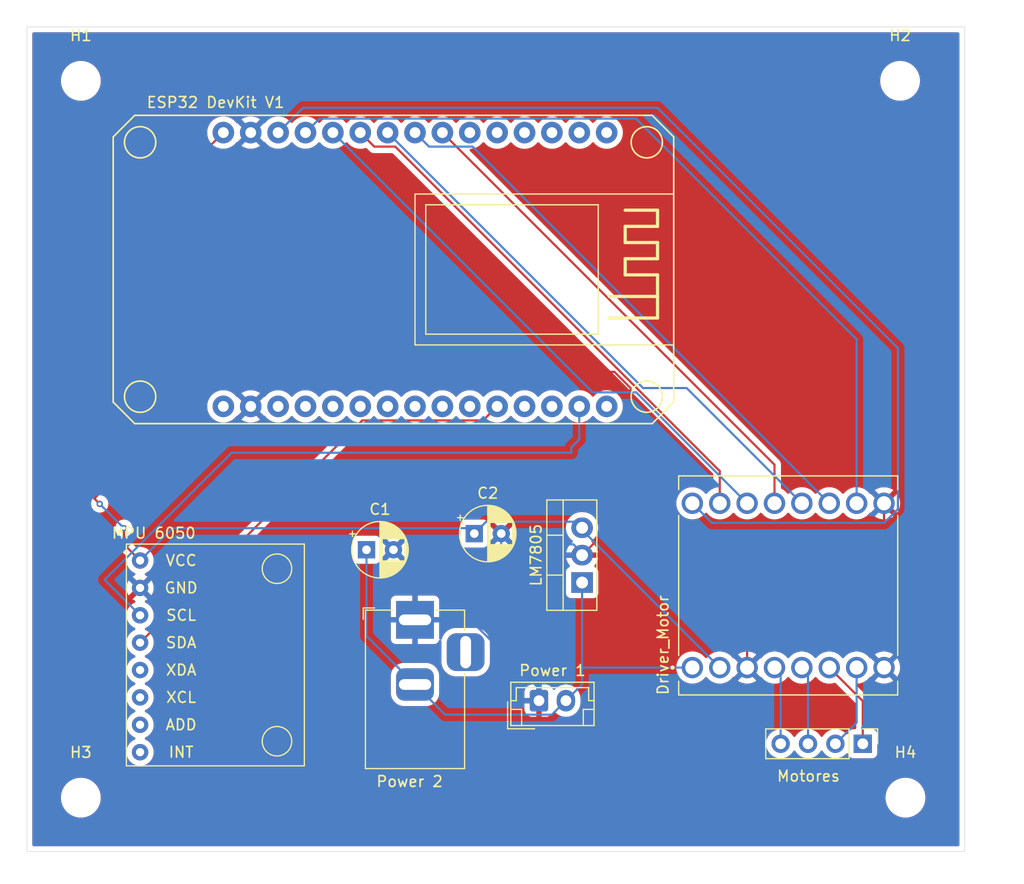
<source format=kicad_pcb>
(kicad_pcb (version 20241229) (generator "pcbnew") (generator_version "9.0")
  (layers (0 "F.Cu" signal) (2 "B.Cu" signal) (13 "F.Paste" user) (15 "B.Paste" user) (5 "F.SilkS" user "F.Silkscreen") (7 "B.SilkS" user "B.Silkscreen") (1 "F.Mask" user) (3 "B.Mask" user) (25 "Edge.Cuts" user))
  (net 0 "")
  (net 1 "GND")
  (net 2 "Net-(J2-Pin_2)")
  (net 3 "Net-(U1-VIN)")
  (net 15 "Net-(U1-D22)")
  (net 23 "Net-(U1-D21)")
  (net 29 "Net-(U1-D25)")
  (net 30 "Net-(U1-D27)")
  (net 31 "Net-(U1-D13)")
  (net 32 "Net-(U1-D12)")
  (net 33 "Net-(U1-D14)")
  (net 34 "Net-(U1-D33)")
  (net 35 "Net-(U1-D26)")
  (net 36 "Net-(J4-Pin_4)")
  (net 37 "Net-(J4-Pin_3)")
  (net 38 "Net-(J4-Pin_1)")
  (net 39 "Net-(J4-Pin_2)")
  (footprint "Connector_PinHeader_2.54mm:PinHeader_1x04_P2.54mm_Vertical" (layer "F.Cu") (at 188.54 115 -90)
    (property "Reference" "Motores" (at 3 5.04 180) (layer "F.SilkS"))
    (property "Value" "Conn_01x04_Pin")
    (fp_line (start -1.38 9) (end 1.38 9) (stroke (width 0.12)) (layer "F.SilkS"))
    (fp_line (start -1.38 1.27) (end -1.38 9) (stroke (width 0.12)) (layer "F.SilkS"))
    (fp_line (start -1.38 1.27) (end 1.38 1.27) (stroke (width 0.12)) (layer "F.SilkS"))
    (fp_line (start 1.38 1.27) (end 1.38 9) (stroke (width 0.12)) (layer "F.SilkS"))
    (fp_line (start -1.38 0) (end -1.38 -1.38) (stroke (width 0.12)) (layer "F.SilkS"))
    (fp_line (start -1.38 -1.38) (end 0 -1.38) (stroke (width 0.12)) (layer "F.SilkS"))
    (pad "1" thru_hole rect (at 0 0 270) (size 1.7 1.7) (drill 1) (layers "*.Cu" "*.Mask") (net 38 "Net-(J4-Pin_1)"))
    (pad "2" thru_hole circle (at 0 2.54 270) (size 1.7 1.7) (drill 1) (layers "*.Cu" "*.Mask") (net 39 "Net-(J4-Pin_2)"))
    (pad "3" thru_hole circle (at 0 5.08 270) (size 1.7 1.7) (drill 1) (layers "*.Cu" "*.Mask") (net 37 "Net-(J4-Pin_3)"))
    (pad "4" thru_hole circle (at 0 7.62 270) (size 1.7 1.7) (drill 1) (layers "*.Cu" "*.Mask") (net 36 "Net-(J4-Pin_4)"))
  )
  (footprint "MountingHole:MountingHole_3.2mm_M3" (layer "F.Cu") (at 192 53.5)
    (property "Reference" "H2" (at 0 -4.2 0) (layer "F.SilkS"))
    (property "Value" "MountingHole")
    (pad "" np_thru_hole circle (at 0 0) (size 3.2 3.2) (drill 3.2) (layers "*.Cu" "*.Mask"))
  )
  (footprint "Capacitor_THT:CP_Radial_D5.0mm_P2.50mm" (layer "F.Cu") (at 142.5 97)
    (property "Reference" "C1" (at 1.25 -3.75 0) (layer "F.SilkS"))
    (property "Value" "C_Polarized")
    (fp_line (start -1.554775 -1.475) (end -1.054775 -1.475) (stroke (width 0.12)) (layer "F.SilkS"))
    (fp_line (start -1.304775 -1.725) (end -1.304775 -1.225) (stroke (width 0.12)) (layer "F.SilkS"))
    (fp_line (start 1.25 -2.58) (end 1.25 2.58) (stroke (width 0.12)) (layer "F.SilkS"))
    (fp_line (start 1.29 -2.58) (end 1.29 2.58) (stroke (width 0.12)) (layer "F.SilkS"))
    (fp_line (start 1.33 -2.579) (end 1.33 2.579) (stroke (width 0.12)) (layer "F.SilkS"))
    (fp_line (start 1.37 -2.577) (end 1.37 2.577) (stroke (width 0.12)) (layer "F.SilkS"))
    (fp_line (start 1.41 -2.575) (end 1.41 2.575) (stroke (width 0.12)) (layer "F.SilkS"))
    (fp_line (start 1.45 -2.572) (end 1.45 2.572) (stroke (width 0.12)) (layer "F.SilkS"))
    (fp_line (start 1.49 -2.569) (end 1.49 -1.04) (stroke (width 0.12)) (layer "F.SilkS"))
    (fp_line (start 1.49 1.04) (end 1.49 2.569) (stroke (width 0.12)) (layer "F.SilkS"))
    (fp_line (start 1.53 -2.565) (end 1.53 -1.04) (stroke (width 0.12)) (layer "F.SilkS"))
    (fp_line (start 1.53 1.04) (end 1.53 2.565) (stroke (width 0.12)) (layer "F.SilkS"))
    (fp_line (start 1.57 -2.56) (end 1.57 -1.04) (stroke (width 0.12)) (layer "F.SilkS"))
    (fp_line (start 1.57 1.04) (end 1.57 2.56) (stroke (width 0.12)) (layer "F.SilkS"))
    (fp_line (start 1.61 -2.555) (end 1.61 -1.04) (stroke (width 0.12)) (layer "F.SilkS"))
    (fp_line (start 1.61 1.04) (end 1.61 2.555) (stroke (width 0.12)) (layer "F.SilkS"))
    (fp_line (start 1.65 -2.549) (end 1.65 -1.04) (stroke (width 0.12)) (layer "F.SilkS"))
    (fp_line (start 1.65 1.04) (end 1.65 2.549) (stroke (width 0.12)) (layer "F.SilkS"))
    (fp_line (start 1.69 -2.543) (end 1.69 -1.04) (stroke (width 0.12)) (layer "F.SilkS"))
    (fp_line (start 1.69 1.04) (end 1.69 2.543) (stroke (width 0.12)) (layer "F.SilkS"))
    (fp_line (start 1.73 -2.536) (end 1.73 -1.04) (stroke (width 0.12)) (layer "F.SilkS"))
    (fp_line (start 1.73 1.04) (end 1.73 2.536) (stroke (width 0.12)) (layer "F.SilkS"))
    (fp_line (start 1.77 -2.528) (end 1.77 -1.04) (stroke (width 0.12)) (layer "F.SilkS"))
    (fp_line (start 1.77 1.04) (end 1.77 2.528) (stroke (width 0.12)) (layer "F.SilkS"))
    (fp_line (start 1.81 -2.519) (end 1.81 -1.04) (stroke (width 0.12)) (layer "F.SilkS"))
    (fp_line (start 1.81 1.04) (end 1.81 2.519) (stroke (width 0.12)) (layer "F.SilkS"))
    (fp_line (start 1.85 -2.51) (end 1.85 -1.04) (stroke (width 0.12)) (layer "F.SilkS"))
    (fp_line (start 1.85 1.04) (end 1.85 2.51) (stroke (width 0.12)) (layer "F.SilkS"))
    (fp_line (start 1.89 -2.501) (end 1.89 -1.04) (stroke (width 0.12)) (layer "F.SilkS"))
    (fp_line (start 1.89 1.04) (end 1.89 2.501) (stroke (width 0.12)) (layer "F.SilkS"))
    (fp_line (start 1.93 -2.49) (end 1.93 -1.04) (stroke (width 0.12)) (layer "F.SilkS"))
    (fp_line (start 1.93 1.04) (end 1.93 2.49) (stroke (width 0.12)) (layer "F.SilkS"))
    (fp_line (start 1.97 -2.479) (end 1.97 -1.04) (stroke (width 0.12)) (layer "F.SilkS"))
    (fp_line (start 1.97 1.04) (end 1.97 2.479) (stroke (width 0.12)) (layer "F.SilkS"))
    (fp_line (start 2.01 -2.467) (end 2.01 -1.04) (stroke (width 0.12)) (layer "F.SilkS"))
    (fp_line (start 2.01 1.04) (end 2.01 2.467) (stroke (width 0.12)) (layer "F.SilkS"))
    (fp_line (start 2.05 -2.455) (end 2.05 -1.04) (stroke (width 0.12)) (layer "F.SilkS"))
    (fp_line (start 2.05 1.04) (end 2.05 2.455) (stroke (width 0.12)) (layer "F.SilkS"))
    (fp_line (start 2.09 -2.442) (end 2.09 -1.04) (stroke (width 0.12)) (layer "F.SilkS"))
    (fp_line (start 2.09 1.04) (end 2.09 2.442) (stroke (width 0.12)) (layer "F.SilkS"))
    (fp_line (start 2.13 -2.428) (end 2.13 -1.04) (stroke (width 0.12)) (layer "F.SilkS"))
    (fp_line (start 2.13 1.04) (end 2.13 2.428) (stroke (width 0.12)) (layer "F.SilkS"))
    (fp_line (start 2.17 -2.413) (end 2.17 -1.04) (stroke (width 0.12)) (layer "F.SilkS"))
    (fp_line (start 2.17 1.04) (end 2.17 2.413) (stroke (width 0.12)) (layer "F.SilkS"))
    (fp_line (start 2.21 -2.398) (end 2.21 -1.04) (stroke (width 0.12)) (layer "F.SilkS"))
    (fp_line (start 2.21 1.04) (end 2.21 2.398) (stroke (width 0.12)) (layer "F.SilkS"))
    (fp_line (start 2.25 -2.382) (end 2.25 -1.04) (stroke (width 0.12)) (layer "F.SilkS"))
    (fp_line (start 2.25 1.04) (end 2.25 2.382) (stroke (width 0.12)) (layer "F.SilkS"))
    (fp_line (start 2.29 -2.365) (end 2.29 -1.04) (stroke (width 0.12)) (layer "F.SilkS"))
    (fp_line (start 2.29 1.04) (end 2.29 2.365) (stroke (width 0.12)) (layer "F.SilkS"))
    (fp_line (start 2.33 -2.347) (end 2.33 -1.04) (stroke (width 0.12)) (layer "F.SilkS"))
    (fp_line (start 2.33 1.04) (end 2.33 2.347) (stroke (width 0.12)) (layer "F.SilkS"))
    (fp_line (start 2.37 -2.329) (end 2.37 -1.04) (stroke (width 0.12)) (layer "F.SilkS"))
    (fp_line (start 2.37 1.04) (end 2.37 2.329) (stroke (width 0.12)) (layer "F.SilkS"))
    (fp_line (start 2.41 -2.309) (end 2.41 -1.04) (stroke (width 0.12)) (layer "F.SilkS"))
    (fp_line (start 2.41 1.04) (end 2.41 2.309) (stroke (width 0.12)) (layer "F.SilkS"))
    (fp_line (start 2.45 -2.289) (end 2.45 -1.04) (stroke (width 0.12)) (layer "F.SilkS"))
    (fp_line (start 2.45 1.04) (end 2.45 2.289) (stroke (width 0.12)) (layer "F.SilkS"))
    (fp_line (start 2.49 -2.268) (end 2.49 -1.04) (stroke (width 0.12)) (layer "F.SilkS"))
    (fp_line (start 2.49 1.04) (end 2.49 2.268) (stroke (width 0.12)) (layer "F.SilkS"))
    (fp_line (start 2.53 -2.246) (end 2.53 -1.04) (stroke (width 0.12)) (layer "F.SilkS"))
    (fp_line (start 2.53 1.04) (end 2.53 2.246) (stroke (width 0.12)) (layer "F.SilkS"))
    (fp_line (start 2.57 -2.223) (end 2.57 -1.04) (stroke (width 0.12)) (layer "F.SilkS"))
    (fp_line (start 2.57 1.04) (end 2.57 2.223) (stroke (width 0.12)) (layer "F.SilkS"))
    (fp_line (start 2.61 -2.199) (end 2.61 -1.04) (stroke (width 0.12)) (layer "F.SilkS"))
    (fp_line (start 2.61 1.04) (end 2.61 2.199) (stroke (width 0.12)) (layer "F.SilkS"))
    (fp_line (start 2.65 -2.175) (end 2.65 -1.04) (stroke (width 0.12)) (layer "F.SilkS"))
    (fp_line (start 2.65 1.04) (end 2.65 2.175) (stroke (width 0.12)) (layer "F.SilkS"))
    (fp_line (start 2.69 -2.149) (end 2.69 -1.04) (stroke (width 0.12)) (layer "F.SilkS"))
    (fp_line (start 2.69 1.04) (end 2.69 2.149) (stroke (width 0.12)) (layer "F.SilkS"))
    (fp_line (start 2.73 -2.122) (end 2.73 -1.04) (stroke (width 0.12)) (layer "F.SilkS"))
    (fp_line (start 2.73 1.04) (end 2.73 2.122) (stroke (width 0.12)) (layer "F.SilkS"))
    (fp_line (start 2.77 -2.094) (end 2.77 -1.04) (stroke (width 0.12)) (layer "F.SilkS"))
    (fp_line (start 2.77 1.04) (end 2.77 2.094) (stroke (width 0.12)) (layer "F.SilkS"))
    (fp_line (start 2.81 -2.065) (end 2.81 -1.04) (stroke (width 0.12)) (layer "F.SilkS"))
    (fp_line (start 2.81 1.04) (end 2.81 2.065) (stroke (width 0.12)) (layer "F.SilkS"))
    (fp_line (start 2.85 -2.035) (end 2.85 -1.04) (stroke (width 0.12)) (layer "F.SilkS"))
    (fp_line (start 2.85 1.04) (end 2.85 2.035) (stroke (width 0.12)) (layer "F.SilkS"))
    (fp_line (start 2.89 -2.003) (end 2.89 -1.04) (stroke (width 0.12)) (layer "F.SilkS"))
    (fp_line (start 2.89 1.04) (end 2.89 2.003) (stroke (width 0.12)) (layer "F.SilkS"))
    (fp_line (start 2.93 -1.97) (end 2.93 -1.04) (stroke (width 0.12)) (layer "F.SilkS"))
    (fp_line (start 2.93 1.04) (end 2.93 1.97) (stroke (width 0.12)) (layer "F.SilkS"))
    (fp_line (start 2.97 -1.936) (end 2.97 -1.04) (stroke (width 0.12)) (layer "F.SilkS"))
    (fp_line (start 2.97 1.04) (end 2.97 1.936) (stroke (width 0.12)) (layer "F.SilkS"))
    (fp_line (start 3.01 -1.901) (end 3.01 -1.04) (stroke (width 0.12)) (layer "F.SilkS"))
    (fp_line (start 3.01 1.04) (end 3.01 1.901) (stroke (width 0.12)) (layer "F.SilkS"))
    (fp_line (start 3.05 -1.864) (end 3.05 -1.04) (stroke (width 0.12)) (layer "F.SilkS"))
    (fp_line (start 3.05 1.04) (end 3.05 1.864) (stroke (width 0.12)) (layer "F.SilkS"))
    (fp_line (start 3.09 -1.825) (end 3.09 -1.04) (stroke (width 0.12)) (layer "F.SilkS"))
    (fp_line (start 3.09 1.04) (end 3.09 1.825) (stroke (width 0.12)) (layer "F.SilkS"))
    (fp_line (start 3.13 -1.785) (end 3.13 -1.04) (stroke (width 0.12)) (layer "F.SilkS"))
    (fp_line (start 3.13 1.04) (end 3.13 1.785) (stroke (width 0.12)) (layer "F.SilkS"))
    (fp_line (start 3.17 -1.743) (end 3.17 -1.04) (stroke (width 0.12)) (layer "F.SilkS"))
    (fp_line (start 3.17 1.04) (end 3.17 1.743) (stroke (width 0.12)) (layer "F.SilkS"))
    (fp_line (start 3.21 -1.699) (end 3.21 -1.04) (stroke (width 0.12)) (layer "F.SilkS"))
    (fp_line (start 3.21 1.04) (end 3.21 1.699) (stroke (width 0.12)) (layer "F.SilkS"))
    (fp_line (start 3.25 -1.652) (end 3.25 -1.04) (stroke (width 0.12)) (layer "F.SilkS"))
    (fp_line (start 3.25 1.04) (end 3.25 1.652) (stroke (width 0.12)) (layer "F.SilkS"))
    (fp_line (start 3.29 -1.604) (end 3.29 -1.04) (stroke (width 0.12)) (layer "F.SilkS"))
    (fp_line (start 3.29 1.04) (end 3.29 1.604) (stroke (width 0.12)) (layer "F.SilkS"))
    (fp_line (start 3.33 -1.553) (end 3.33 -1.04) (stroke (width 0.12)) (layer "F.SilkS"))
    (fp_line (start 3.33 1.04) (end 3.33 1.553) (stroke (width 0.12)) (layer "F.SilkS"))
    (fp_line (start 3.37 -1.499) (end 3.37 -1.04) (stroke (width 0.12)) (layer "F.SilkS"))
    (fp_line (start 3.37 1.04) (end 3.37 1.499) (stroke (width 0.12)) (layer "F.SilkS"))
    (fp_line (start 3.41 -1.443) (end 3.41 -1.04) (stroke (width 0.12)) (layer "F.SilkS"))
    (fp_line (start 3.41 1.04) (end 3.41 1.443) (stroke (width 0.12)) (layer "F.SilkS"))
    (fp_line (start 3.45 -1.383) (end 3.45 -1.04) (stroke (width 0.12)) (layer "F.SilkS"))
    (fp_line (start 3.45 1.04) (end 3.45 1.383) (stroke (width 0.12)) (layer "F.SilkS"))
    (fp_line (start 3.49 -1.319) (end 3.49 -1.04) (stroke (width 0.12)) (layer "F.SilkS"))
    (fp_line (start 3.49 1.04) (end 3.49 1.319) (stroke (width 0.12)) (layer "F.SilkS"))
    (fp_line (start 3.53 -1.251) (end 3.53 -1.04) (stroke (width 0.12)) (layer "F.SilkS"))
    (fp_line (start 3.53 1.04) (end 3.53 1.251) (stroke (width 0.12)) (layer "F.SilkS"))
    (fp_line (start 3.57 -1.177) (end 3.57 1.177) (stroke (width 0.12)) (layer "F.SilkS"))
    (fp_line (start 3.61 -1.098) (end 3.61 1.098) (stroke (width 0.12)) (layer "F.SilkS"))
    (fp_line (start 3.65 -1.011) (end 3.65 1.011) (stroke (width 0.12)) (layer "F.SilkS"))
    (fp_line (start 3.69 -0.914) (end 3.69 0.914) (stroke (width 0.12)) (layer "F.SilkS"))
    (fp_line (start 3.73 -0.805) (end 3.73 0.805) (stroke (width 0.12)) (layer "F.SilkS"))
    (fp_line (start 3.77 -0.677) (end 3.77 0.677) (stroke (width 0.12)) (layer "F.SilkS"))
    (fp_line (start 3.81 -0.517) (end 3.81 0.517) (stroke (width 0.12)) (layer "F.SilkS"))
    (fp_line (start 3.85 -0.283) (end 3.85 0.283) (stroke (width 0.12)) (layer "F.SilkS"))
    (fp_circle (center 1.25 0) (end 3.87 0) (stroke (width 0.12)) (fill no) (layer "F.SilkS"))
    (pad "1" thru_hole rect (at 0 0) (size 1.6 1.6) (drill 0.8) (layers "*.Cu" "*.Mask") (net 2 "Net-(J2-Pin_2)"))
    (pad "2" thru_hole circle (at 2.5 0) (size 1.6 1.6) (drill 0.8) (layers "*.Cu" "*.Mask") (net 1 "GND"))
  )
  (footprint "MountingHole:MountingHole_3.2mm_M3" (layer "F.Cu") (at 116 120)
    (property "Reference" "H3" (at 0 -4.2 0) (layer "F.SilkS"))
    (property "Value" "MountingHole")
    (pad "" np_thru_hole circle (at 0 0) (size 3.2 3.2) (drill 3.2) (layers "*.Cu" "*.Mask"))
  )
  (footprint "usini_sensors:module_mpu6050" (layer "F.Cu") (at 121.495 115.779)
    (property "Reference" "MPU 6050" (at 1.27 -20.32 0) (layer "F.SilkS"))
    (property "Value" "module_mpu6050")
    (fp_line (start -1.27 -19.304) (end 15.24 -19.304) (stroke (width 0.12)) (layer "F.SilkS"))
    (fp_line (start -1.27 1.27) (end -1.27 -19.304) (stroke (width 0.12)) (layer "F.SilkS"))
    (fp_line (start 15.24 -19.304) (end 15.24 1.27) (stroke (width 0.12)) (layer "F.SilkS"))
    (fp_line (start 15.24 1.27) (end -1.27 1.27) (stroke (width 0.12)) (layer "F.SilkS"))
    (fp_circle (center 12.7 -17.018) (end 13.208 -15.748) (stroke (width 0.12)) (fill no) (layer "F.SilkS"))
    (fp_circle (center 12.7 -1.016) (end 13.208 0.254) (stroke (width 0.12)) (fill no) (layer "F.SilkS"))
    (fp_text user "SDA" (at 3.81 -10.16 0) (layer "F.SilkS"))
    (fp_text user "ADD" (at 3.81 -2.54 0) (layer "F.SilkS"))
    (fp_text user "GND" (at 3.81 -15.24 0) (layer "F.SilkS"))
    (fp_text user "VCC" (at 3.81 -17.78 0) (layer "F.SilkS"))
    (fp_text user "INT" (at 3.81 0 0) (layer "F.SilkS"))
    (fp_text user "XDA" (at 3.81 -7.62 0) (layer "F.SilkS"))
    (fp_text user "SCL" (at 3.81 -12.7 0) (layer "F.SilkS"))
    (fp_text user "XCL" (at 3.81 -5.08 0) (layer "F.SilkS"))
    (pad "1" thru_hole circle (at 0 -17.78) (size 1.524 1.524) (drill 0.762) (layers "*.Cu" "*.Mask") (net 3 "Net-(U1-VIN)"))
    (pad "2" thru_hole circle (at 0 -15.24) (size 1.524 1.524) (drill 0.762) (layers "*.Cu" "*.Mask") (net 1 "GND"))
    (pad "3" thru_hole circle (at 0 -12.7) (size 1.524 1.524) (drill 0.762) (layers "*.Cu" "*.Mask") (net 15 "Net-(U1-D22)"))
    (pad "4" thru_hole circle (at 0 -10.16) (size 1.524 1.524) (drill 0.762) (layers "*.Cu" "*.Mask") (net 23 "Net-(U1-D21)"))
    (pad "5" thru_hole circle (at 0 -7.62) (size 1.524 1.524) (drill 0.762) (layers "*.Cu" "*.Mask"))
    (pad "6" thru_hole circle (at 0 -5.08) (size 1.524 1.524) (drill 0.762) (layers "*.Cu" "*.Mask"))
    (pad "7" thru_hole circle (at 0 -2.54) (size 1.524 1.524) (drill 0.762) (layers "*.Cu" "*.Mask"))
    (pad "8" thru_hole circle (at 0 0) (size 1.524 1.524) (drill 0.762) (layers "*.Cu" "*.Mask"))
  )
  (footprint "MountingHole:MountingHole_3.2mm_M3" (layer "F.Cu") (at 192.5 120)
    (property "Reference" "H4" (at 0 -4.2 0) (layer "F.SilkS"))
    (property "Value" "MountingHole")
    (pad "" np_thru_hole circle (at 0 0) (size 3.2 3.2) (drill 3.2) (layers "*.Cu" "*.Mask"))
  )
  (footprint "Package_TO_SOT_THT:TO-220-3_Vertical" (layer "F.Cu") (at 162.5 100.04 90)
    (property "Reference" "LM7805" (at 2.54 -4.27 90) (layer "F.SilkS"))
    (property "Value" "LM7805_TO220")
    (fp_line (start 7.66 -3.27) (end 7.66 1.371) (stroke (width 0.12)) (layer "F.SilkS"))
    (fp_line (start 4.391 -3.27) (end 4.391 -1.76) (stroke (width 0.12)) (layer "F.SilkS"))
    (fp_line (start 0.69 -3.27) (end 0.69 -1.76) (stroke (width 0.12)) (layer "F.SilkS"))
    (fp_line (start -2.58 -3.27) (end 7.66 -3.27) (stroke (width 0.12)) (layer "F.SilkS"))
    (fp_line (start -2.58 -3.27) (end -2.58 1.371) (stroke (width 0.12)) (layer "F.SilkS"))
    (fp_line (start -2.58 -1.76) (end 7.66 -1.76) (stroke (width 0.12)) (layer "F.SilkS"))
    (fp_line (start -2.58 1.371) (end 7.66 1.371) (stroke (width 0.12)) (layer "F.SilkS"))
    (pad "1" thru_hole rect (at 0 0 90) (size 1.905 2) (drill 1.1) (layers "*.Cu" "*.Mask") (net 2 "Net-(J2-Pin_2)"))
    (pad "2" thru_hole oval (at 2.54 0 90) (size 1.905 2) (drill 1.1) (layers "*.Cu" "*.Mask") (net 1 "GND"))
    (pad "3" thru_hole oval (at 5.08 0 90) (size 1.905 2) (drill 1.1) (layers "*.Cu" "*.Mask") (net 3 "Net-(U1-VIN)"))
  )
  (footprint "Connector_BarrelJack:BarrelJack_Horizontal" (layer "F.Cu") (at 147 103.5 90)
    (property "Reference" "Power 2" (at -15 -0.5 180) (layer "F.SilkS"))
    (property "Value" "Barrel_Jack_Switch")
    (fp_line (start 0.05 -4.8) (end 1.1 -4.8) (stroke (width 0.12)) (layer "F.SilkS"))
    (fp_line (start 0.9 -4.6) (end 0.9 -2) (stroke (width 0.12)) (layer "F.SilkS"))
    (fp_line (start -13.8 -4.6) (end 0.9 -4.6) (stroke (width 0.12)) (layer "F.SilkS"))
    (fp_line (start 1.1 -3.75) (end 1.1 -4.8) (stroke (width 0.12)) (layer "F.SilkS"))
    (fp_line (start 0.9 1.9) (end 0.9 4.6) (stroke (width 0.12)) (layer "F.SilkS"))
    (fp_line (start 0.9 4.6) (end -1 4.6) (stroke (width 0.12)) (layer "F.SilkS"))
    (fp_line (start -5 4.6) (end -13.8 4.6) (stroke (width 0.12)) (layer "F.SilkS"))
    (fp_line (start -13.8 4.6) (end -13.8 -4.6) (stroke (width 0.12)) (layer "F.SilkS"))
    (pad "1" thru_hole rect (at 0 0 90) (size 3.5 3.5) (drill oval 1 3) (layers "*.Cu" "*.Mask") (net 1 "GND"))
    (pad "2" thru_hole roundrect (at -6 0 90) (size 3 3.5) (drill oval 1 3) (layers "*.Cu" "*.Mask") (net 2 "Net-(J2-Pin_2)"))
    (pad "3" thru_hole roundrect (at -3 4.7 90) (size 3.5 3.5) (drill oval 3 1) (layers "*.Cu" "*.Mask"))
  )
  (footprint "ROB-14450:MODULE_ROB-14450" (layer "F.Cu") (at 181.62 100.31 90)
    (property "Reference" "Driver_Motor" (at -5.5332 -11.6132 90) (layer "F.SilkS"))
    (property "Value" "ROB-14450")
    (fp_line (start 8.89 -10.16) (end 10.16 -10.16) (stroke (width 0.127)) (layer "F.SilkS"))
    (fp_line (start -6.5 -10.16) (end 6.5 -10.16) (stroke (width 0.127)) (layer "F.SilkS"))
    (fp_line (start -8.89 -10.16) (end -10.16 -10.16) (stroke (width 0.127)) (layer "F.SilkS"))
    (fp_line (start -10.16 -10.16) (end -10.16 10.16) (stroke (width 0.127)) (layer "F.SilkS"))
    (fp_line (start 10.16 10.16) (end 10.16 -10.16) (stroke (width 0.127)) (layer "F.SilkS"))
    (fp_line (start 8.89 10.16) (end 10.16 10.16) (stroke (width 0.127)) (layer "F.SilkS"))
    (fp_line (start -6.5 10.16) (end 6.5 10.16) (stroke (width 0.127)) (layer "F.SilkS"))
    (fp_line (start -8.89 10.16) (end -10.16 10.16) (stroke (width 0.127)) (layer "F.SilkS"))
    (fp_circle (center -7.62 -10.7282) (end -7.52 -10.7282) (stroke (width 0.2)) (fill no) (layer "F.SilkS"))
    (pad "1" thru_hole circle (at -7.62 -8.89 90) (size 1.98 1.98) (drill 1.32) (layers "*.Cu" "*.Mask") (net 2 "Net-(J2-Pin_2)"))
    (pad "2" thru_hole circle (at -7.62 -6.35 90) (size 1.98 1.98) (drill 1.32) (layers "*.Cu" "*.Mask") (net 3 "Net-(U1-VIN)"))
    (pad "3" thru_hole circle (at -7.62 -3.81 90) (size 1.98 1.98) (drill 1.32) (layers "*.Cu" "*.Mask") (net 1 "GND"))
    (pad "4" thru_hole circle (at -7.62 -1.27 90) (size 1.98 1.98) (drill 1.32) (layers "*.Cu" "*.Mask") (net 36 "Net-(J4-Pin_4)"))
    (pad "5" thru_hole circle (at -7.62 1.27 90) (size 1.98 1.98) (drill 1.32) (layers "*.Cu" "*.Mask") (net 37 "Net-(J4-Pin_3)"))
    (pad "6" thru_hole circle (at -7.62 3.81 90) (size 1.98 1.98) (drill 1.32) (layers "*.Cu" "*.Mask") (net 38 "Net-(J4-Pin_1)"))
    (pad "7" thru_hole circle (at -7.62 6.35 90) (size 1.98 1.98) (drill 1.32) (layers "*.Cu" "*.Mask") (net 39 "Net-(J4-Pin_2)"))
    (pad "8" thru_hole circle (at -7.62 8.89 90) (size 1.98 1.98) (drill 1.32) (layers "*.Cu" "*.Mask") (net 1 "GND"))
    (pad "9" thru_hole circle (at 7.62 8.89 90) (size 1.98 1.98) (drill 1.32) (layers "*.Cu" "*.Mask") (net 1 "GND"))
    (pad "10" thru_hole circle (at 7.62 6.35 90) (size 1.98 1.98) (drill 1.32) (layers "*.Cu" "*.Mask") (net 32 "Net-(U1-D12)"))
    (pad "11" thru_hole circle (at 7.62 3.81 90) (size 1.98 1.98) (drill 1.32) (layers "*.Cu" "*.Mask") (net 29 "Net-(U1-D25)"))
    (pad "12" thru_hole circle (at 7.62 1.27 90) (size 1.98 1.98) (drill 1.32) (layers "*.Cu" "*.Mask") (net 35 "Net-(U1-D26)"))
    (pad "13" thru_hole circle (at 7.62 -1.27 90) (size 1.98 1.98) (drill 1.32) (layers "*.Cu" "*.Mask") (net 34 "Net-(U1-D33)"))
    (pad "14" thru_hole circle (at 7.62 -3.81 90) (size 1.98 1.98) (drill 1.32) (layers "*.Cu" "*.Mask") (net 33 "Net-(U1-D14)"))
    (pad "15" thru_hole circle (at 7.62 -6.35 90) (size 1.98 1.98) (drill 1.32) (layers "*.Cu" "*.Mask") (net 30 "Net-(U1-D27)"))
    (pad "16" thru_hole circle (at 7.62 -8.89 90) (size 1.98 1.98) (drill 1.32) (layers "*.Cu" "*.Mask") (net 31 "Net-(U1-D13)"))
  )
  (footprint "MCE_Modulos:ESP32DevKitv1" (layer "F.Cu") (at 147 71)
    (property "Reference" "ESP32 DevKit V1" (at -18.5 -15.5 0) (layer "F.SilkS"))
    (property "Value" "ESP32DevKitv1")
    (fp_line (start -28 -12.3) (end -26 -14.3) (stroke (width 0.15)) (layer "F.SilkS"))
    (fp_line (start -28 12.3) (end -28 -12.3) (stroke (width 0.15)) (layer "F.SilkS"))
    (fp_line (start -28 12.3) (end -26 14.3) (stroke (width 0.15)) (layer "F.SilkS"))
    (fp_line (start -26 -14.3) (end 22 -14.3) (stroke (width 0.15)) (layer "F.SilkS"))
    (fp_line (start 0 -7) (end 0 7) (stroke (width 0.12)) (layer "F.SilkS"))
    (fp_line (start 0 7) (end 24 7) (stroke (width 0.12)) (layer "F.SilkS"))
    (fp_line (start 1 -6) (end 1 6) (stroke (width 0.12)) (layer "F.SilkS"))
    (fp_line (start 1 6) (end 17 6) (stroke (width 0.12)) (layer "F.SilkS"))
    (fp_line (start 17 -6) (end 1 -6) (stroke (width 0.12)) (layer "F.SilkS"))
    (fp_line (start 17 6) (end 17 -6) (stroke (width 0.12)) (layer "F.SilkS"))
    (fp_line (start 18 2.5) (end 22.5 2.5) (stroke (width 0.3)) (layer "F.SilkS"))
    (fp_line (start 18 4.5) (end 22.5 4.5) (stroke (width 0.3)) (layer "F.SilkS"))
    (fp_line (start 19.5 -4) (end 22.5 -4) (stroke (width 0.3)) (layer "F.SilkS"))
    (fp_line (start 19.5 -2.5) (end 19.5 -4) (stroke (width 0.3)) (layer "F.SilkS"))
    (fp_line (start 19.5 -1) (end 22.5 -1) (stroke (width 0.3)) (layer "F.SilkS"))
    (fp_line (start 19.5 0.5) (end 19.5 -1) (stroke (width 0.3)) (layer "F.SilkS"))
    (fp_line (start 22 -14.3) (end 24 -12.3) (stroke (width 0.15)) (layer "F.SilkS"))
    (fp_line (start 22 14.3) (end -26 14.3) (stroke (width 0.15)) (layer "F.SilkS"))
    (fp_line (start 22 14.3) (end 24 12.3) (stroke (width 0.15)) (layer "F.SilkS"))
    (fp_line (start 22.5 -5.5) (end 19.5 -5.5) (stroke (width 0.3)) (layer "F.SilkS"))
    (fp_line (start 22.5 -4) (end 22.5 -5.5) (stroke (width 0.3)) (layer "F.SilkS"))
    (fp_line (start 22.5 -2.5) (end 19.5 -2.5) (stroke (width 0.3)) (layer "F.SilkS"))
    (fp_line (start 22.5 -1) (end 22.5 -2.5) (stroke (width 0.3)) (layer "F.SilkS"))
    (fp_line (start 22.5 0.5) (end 19.5 0.5) (stroke (width 0.3)) (layer "F.SilkS"))
    (fp_line (start 22.5 4.5) (end 22.5 0.5) (stroke (width 0.3)) (layer "F.SilkS"))
    (fp_line (start 24 -12.3) (end 24 12.3) (stroke (width 0.15)) (layer "F.SilkS"))
    (fp_line (start 24 -7) (end 0 -7) (stroke (width 0.12)) (layer "F.SilkS"))
    (fp_circle (center -25.5 -11.8) (end -24.05 -11.8) (stroke (width 0.15)) (fill no) (layer "F.SilkS"))
    (fp_circle (center -25.5 11.8) (end -24.05 11.8) (stroke (width 0.15)) (fill no) (layer "F.SilkS"))
    (fp_circle (center 21.5 -11.8) (end 22.95 -11.8) (stroke (width 0.15)) (fill no) (layer "F.SilkS"))
    (fp_circle (center 21.5 11.8) (end 22.95 11.8) (stroke (width 0.15)) (fill no) (layer "F.SilkS"))
    (pad "1" thru_hole circle (at -17.78 12.7) (size 2 2) (drill 1) (layers "*.Cu" "*.Mask"))
    (pad "2" thru_hole circle (at -15.24 12.7) (size 2 2) (drill 1) (layers "*.Cu" "*.Mask") (net 1 "GND"))
    (pad "3" thru_hole circle (at -12.7 12.7) (size 2 2) (drill 1) (layers "*.Cu" "*.Mask"))
    (pad "4" thru_hole circle (at -10.16 12.7) (size 2 2) (drill 1) (layers "*.Cu" "*.Mask"))
    (pad "5" thru_hole circle (at -7.62 12.7) (size 2 2) (drill 1) (layers "*.Cu" "*.Mask"))
    (pad "6" thru_hole circle (at -5.08 12.7) (size 2 2) (drill 1) (layers "*.Cu" "*.Mask"))
    (pad "7" thru_hole circle (at -2.54 12.7) (size 2 2) (drill 1) (layers "*.Cu" "*.Mask"))
    (pad "8" thru_hole circle (at 0 12.7) (size 2 2) (drill 1) (layers "*.Cu" "*.Mask"))
    (pad "9" thru_hole circle (at 2.54 12.7) (size 2 2) (drill 1) (layers "*.Cu" "*.Mask"))
    (pad "10" thru_hole circle (at 5.08 12.7) (size 2 2) (drill 1) (layers "*.Cu" "*.Mask"))
    (pad "11" thru_hole circle (at 7.62 12.7) (size 2 2) (drill 1) (layers "*.Cu" "*.Mask") (net 23 "Net-(U1-D21)"))
    (pad "12" thru_hole circle (at 10.16 12.7) (size 2 2) (drill 1) (layers "*.Cu" "*.Mask"))
    (pad "13" thru_hole circle (at 12.7 12.7) (size 2 2) (drill 1) (layers "*.Cu" "*.Mask"))
    (pad "14" thru_hole circle (at 15.24 12.7) (size 2 2) (drill 1) (layers "*.Cu" "*.Mask") (net 15 "Net-(U1-D22)"))
    (pad "15" thru_hole circle (at 17.78 12.7) (size 2 2) (drill 1) (layers "*.Cu" "*.Mask"))
    (pad "16" thru_hole circle (at 17.78 -12.7) (size 2 2) (drill 1) (layers "*.Cu" "*.Mask"))
    (pad "17" thru_hole circle (at 15.24 -12.7) (size 2 2) (drill 1) (layers "*.Cu" "*.Mask"))
    (pad "18" thru_hole circle (at 12.7 -12.7) (size 2 2) (drill 1) (layers "*.Cu" "*.Mask"))
    (pad "19" thru_hole circle (at 10.16 -12.7) (size 2 2) (drill 1) (layers "*.Cu" "*.Mask"))
    (pad "20" thru_hole circle (at 7.62 -12.7) (size 2 2) (drill 1) (layers "*.Cu" "*.Mask"))
    (pad "21" thru_hole circle (at 5.08 -12.7) (size 2 2) (drill 1) (layers "*.Cu" "*.Mask"))
    (pad "22" thru_hole circle (at 2.54 -12.7) (size 2 2) (drill 1) (layers "*.Cu" "*.Mask") (net 34 "Net-(U1-D33)"))
    (pad "23" thru_hole circle (at 0 -12.7) (size 2 2) (drill 1) (layers "*.Cu" "*.Mask") (net 29 "Net-(U1-D25)"))
    (pad "24" thru_hole circle (at -2.54 -12.7) (size 2 2) (drill 1) (layers "*.Cu" "*.Mask") (net 35 "Net-(U1-D26)"))
    (pad "25" thru_hole circle (at -5.08 -12.7) (size 2 2) (drill 1) (layers "*.Cu" "*.Mask") (net 30 "Net-(U1-D27)"))
    (pad "26" thru_hole circle (at -7.62 -12.7) (size 2 2) (drill 1) (layers "*.Cu" "*.Mask") (net 33 "Net-(U1-D14)"))
    (pad "27" thru_hole circle (at -10.16 -12.7) (size 2 2) (drill 1) (layers "*.Cu" "*.Mask") (net 32 "Net-(U1-D12)"))
    (pad "28" thru_hole circle (at -12.7 -12.7) (size 2 2) (drill 1) (layers "*.Cu" "*.Mask") (net 31 "Net-(U1-D13)"))
    (pad "29" thru_hole circle (at -15.24 -12.7) (size 2 2) (drill 1) (layers "*.Cu" "*.Mask") (net 1 "GND"))
    (pad "30" thru_hole circle (at -17.78 -12.7) (size 2 2) (drill 1) (layers "*.Cu" "*.Mask") (net 3 "Net-(U1-VIN)"))
  )
  (footprint "Connector_JST:JST_EH_B2B-EH-A_1x02_P2.50mm_Vertical" (layer "F.Cu") (at 158.5 111)
    (property "Reference" "Power 1" (at 1.25 -2.8 0) (layer "F.SilkS"))
    (property "Value" "Conn_01x02_Pin")
    (fp_line (start -2.91 0.11) (end -2.91 2.61) (stroke (width 0.12)) (layer "F.SilkS"))
    (fp_line (start -2.91 2.61) (end -0.41 2.61) (stroke (width 0.12)) (layer "F.SilkS"))
    (fp_line (start -2.61 -1.71) (end -2.61 2.31) (stroke (width 0.12)) (layer "F.SilkS"))
    (fp_line (start -2.61 0) (end -2.11 0) (stroke (width 0.12)) (layer "F.SilkS"))
    (fp_line (start -2.61 0.81) (end -1.61 0.81) (stroke (width 0.12)) (layer "F.SilkS"))
    (fp_line (start -2.61 2.31) (end 5.11 2.31) (stroke (width 0.12)) (layer "F.SilkS"))
    (fp_line (start -2.11 -1.21) (end 4.61 -1.21) (stroke (width 0.12)) (layer "F.SilkS"))
    (fp_line (start -2.11 0) (end -2.11 -1.21) (stroke (width 0.12)) (layer "F.SilkS"))
    (fp_line (start -1.61 0.81) (end -1.61 2.31) (stroke (width 0.12)) (layer "F.SilkS"))
    (fp_line (start 4.11 0.81) (end 4.11 2.31) (stroke (width 0.12)) (layer "F.SilkS"))
    (fp_line (start 4.61 -1.21) (end 4.61 0) (stroke (width 0.12)) (layer "F.SilkS"))
    (fp_line (start 4.61 0) (end 5.11 0) (stroke (width 0.12)) (layer "F.SilkS"))
    (fp_line (start 5.11 -1.71) (end -2.61 -1.71) (stroke (width 0.12)) (layer "F.SilkS"))
    (fp_line (start 5.11 0.81) (end 4.11 0.81) (stroke (width 0.12)) (layer "F.SilkS"))
    (fp_line (start 5.11 2.31) (end 5.11 -1.71) (stroke (width 0.12)) (layer "F.SilkS"))
    (pad "1" thru_hole roundrect (at 0 0) (size 1.7 2) (drill 1) (layers "*.Cu" "*.Mask") (roundrect_rratio 0.147059) (net 1 "GND"))
    (pad "2" thru_hole oval (at 2.5 0) (size 1.7 2) (drill 1) (layers "*.Cu" "*.Mask") (net 2 "Net-(J2-Pin_2)"))
  )
  (footprint "Capacitor_THT:CP_Radial_D5.0mm_P2.50mm" (layer "F.Cu") (at 152.5 95.5)
    (property "Reference" "C2" (at 1.25 -3.75 0) (layer "F.SilkS"))
    (property "Value" "C_Polarized")
    (fp_line (start -1.554775 -1.475) (end -1.054775 -1.475) (stroke (width 0.12)) (layer "F.SilkS"))
    (fp_line (start -1.304775 -1.725) (end -1.304775 -1.225) (stroke (width 0.12)) (layer "F.SilkS"))
    (fp_line (start 1.25 -2.58) (end 1.25 2.58) (stroke (width 0.12)) (layer "F.SilkS"))
    (fp_line (start 1.29 -2.58) (end 1.29 2.58) (stroke (width 0.12)) (layer "F.SilkS"))
    (fp_line (start 1.33 -2.579) (end 1.33 2.579) (stroke (width 0.12)) (layer "F.SilkS"))
    (fp_line (start 1.37 -2.577) (end 1.37 2.577) (stroke (width 0.12)) (layer "F.SilkS"))
    (fp_line (start 1.41 -2.575) (end 1.41 2.575) (stroke (width 0.12)) (layer "F.SilkS"))
    (fp_line (start 1.45 -2.572) (end 1.45 2.572) (stroke (width 0.12)) (layer "F.SilkS"))
    (fp_line (start 1.49 -2.569) (end 1.49 -1.04) (stroke (width 0.12)) (layer "F.SilkS"))
    (fp_line (start 1.49 1.04) (end 1.49 2.569) (stroke (width 0.12)) (layer "F.SilkS"))
    (fp_line (start 1.53 -2.565) (end 1.53 -1.04) (stroke (width 0.12)) (layer "F.SilkS"))
    (fp_line (start 1.53 1.04) (end 1.53 2.565) (stroke (width 0.12)) (layer "F.SilkS"))
    (fp_line (start 1.57 -2.56) (end 1.57 -1.04) (stroke (width 0.12)) (layer "F.SilkS"))
    (fp_line (start 1.57 1.04) (end 1.57 2.56) (stroke (width 0.12)) (layer "F.SilkS"))
    (fp_line (start 1.61 -2.555) (end 1.61 -1.04) (stroke (width 0.12)) (layer "F.SilkS"))
    (fp_line (start 1.61 1.04) (end 1.61 2.555) (stroke (width 0.12)) (layer "F.SilkS"))
    (fp_line (start 1.65 -2.549) (end 1.65 -1.04) (stroke (width 0.12)) (layer "F.SilkS"))
    (fp_line (start 1.65 1.04) (end 1.65 2.549) (stroke (width 0.12)) (layer "F.SilkS"))
    (fp_line (start 1.69 -2.543) (end 1.69 -1.04) (stroke (width 0.12)) (layer "F.SilkS"))
    (fp_line (start 1.69 1.04) (end 1.69 2.543) (stroke (width 0.12)) (layer "F.SilkS"))
    (fp_line (start 1.73 -2.536) (end 1.73 -1.04) (stroke (width 0.12)) (layer "F.SilkS"))
    (fp_line (start 1.73 1.04) (end 1.73 2.536) (stroke (width 0.12)) (layer "F.SilkS"))
    (fp_line (start 1.77 -2.528) (end 1.77 -1.04) (stroke (width 0.12)) (layer "F.SilkS"))
    (fp_line (start 1.77 1.04) (end 1.77 2.528) (stroke (width 0.12)) (layer "F.SilkS"))
    (fp_line (start 1.81 -2.519) (end 1.81 -1.04) (stroke (width 0.12)) (layer "F.SilkS"))
    (fp_line (start 1.81 1.04) (end 1.81 2.519) (stroke (width 0.12)) (layer "F.SilkS"))
    (fp_line (start 1.85 -2.51) (end 1.85 -1.04) (stroke (width 0.12)) (layer "F.SilkS"))
    (fp_line (start 1.85 1.04) (end 1.85 2.51) (stroke (width 0.12)) (layer "F.SilkS"))
    (fp_line (start 1.89 -2.501) (end 1.89 -1.04) (stroke (width 0.12)) (layer "F.SilkS"))
    (fp_line (start 1.89 1.04) (end 1.89 2.501) (stroke (width 0.12)) (layer "F.SilkS"))
    (fp_line (start 1.93 -2.49) (end 1.93 -1.04) (stroke (width 0.12)) (layer "F.SilkS"))
    (fp_line (start 1.93 1.04) (end 1.93 2.49) (stroke (width 0.12)) (layer "F.SilkS"))
    (fp_line (start 1.97 -2.479) (end 1.97 -1.04) (stroke (width 0.12)) (layer "F.SilkS"))
    (fp_line (start 1.97 1.04) (end 1.97 2.479) (stroke (width 0.12)) (layer "F.SilkS"))
    (fp_line (start 2.01 -2.467) (end 2.01 -1.04) (stroke (width 0.12)) (layer "F.SilkS"))
    (fp_line (start 2.01 1.04) (end 2.01 2.467) (stroke (width 0.12)) (layer "F.SilkS"))
    (fp_line (start 2.05 -2.455) (end 2.05 -1.04) (stroke (width 0.12)) (layer "F.SilkS"))
    (fp_line (start 2.05 1.04) (end 2.05 2.455) (stroke (width 0.12)) (layer "F.SilkS"))
    (fp_line (start 2.09 -2.442) (end 2.09 -1.04) (stroke (width 0.12)) (layer "F.SilkS"))
    (fp_line (start 2.09 1.04) (end 2.09 2.442) (stroke (width 0.12)) (layer "F.SilkS"))
    (fp_line (start 2.13 -2.428) (end 2.13 -1.04) (stroke (width 0.12)) (layer "F.SilkS"))
    (fp_line (start 2.13 1.04) (end 2.13 2.428) (stroke (width 0.12)) (layer "F.SilkS"))
    (fp_line (start 2.17 -2.413) (end 2.17 -1.04) (stroke (width 0.12)) (layer "F.SilkS"))
    (fp_line (start 2.17 1.04) (end 2.17 2.413) (stroke (width 0.12)) (layer "F.SilkS"))
    (fp_line (start 2.21 -2.398) (end 2.21 -1.04) (stroke (width 0.12)) (layer "F.SilkS"))
    (fp_line (start 2.21 1.04) (end 2.21 2.398) (stroke (width 0.12)) (layer "F.SilkS"))
    (fp_line (start 2.25 -2.382) (end 2.25 -1.04) (stroke (width 0.12)) (layer "F.SilkS"))
    (fp_line (start 2.25 1.04) (end 2.25 2.382) (stroke (width 0.12)) (layer "F.SilkS"))
    (fp_line (start 2.29 -2.365) (end 2.29 -1.04) (stroke (width 0.12)) (layer "F.SilkS"))
    (fp_line (start 2.29 1.04) (end 2.29 2.365) (stroke (width 0.12)) (layer "F.SilkS"))
    (fp_line (start 2.33 -2.347) (end 2.33 -1.04) (stroke (width 0.12)) (layer "F.SilkS"))
    (fp_line (start 2.33 1.04) (end 2.33 2.347) (stroke (width 0.12)) (layer "F.SilkS"))
    (fp_line (start 2.37 -2.329) (end 2.37 -1.04) (stroke (width 0.12)) (layer "F.SilkS"))
    (fp_line (start 2.37 1.04) (end 2.37 2.329) (stroke (width 0.12)) (layer "F.SilkS"))
    (fp_line (start 2.41 -2.309) (end 2.41 -1.04) (stroke (width 0.12)) (layer "F.SilkS"))
    (fp_line (start 2.41 1.04) (end 2.41 2.309) (stroke (width 0.12)) (layer "F.SilkS"))
    (fp_line (start 2.45 -2.289) (end 2.45 -1.04) (stroke (width 0.12)) (layer "F.SilkS"))
    (fp_line (start 2.45 1.04) (end 2.45 2.289) (stroke (width 0.12)) (layer "F.SilkS"))
    (fp_line (start 2.49 -2.268) (end 2.49 -1.04) (stroke (width 0.12)) (layer "F.SilkS"))
    (fp_line (start 2.49 1.04) (end 2.49 2.268) (stroke (width 0.12)) (layer "F.SilkS"))
    (fp_line (start 2.53 -2.246) (end 2.53 -1.04) (stroke (width 0.12)) (layer "F.SilkS"))
    (fp_line (start 2.53 1.04) (end 2.53 2.246) (stroke (width 0.12)) (layer "F.SilkS"))
    (fp_line (start 2.57 -2.223) (end 2.57 -1.04) (stroke (width 0.12)) (layer "F.SilkS"))
    (fp_line (start 2.57 1.04) (end 2.57 2.223) (stroke (width 0.12)) (layer "F.SilkS"))
    (fp_line (start 2.61 -2.199) (end 2.61 -1.04) (stroke (width 0.12)) (layer "F.SilkS"))
    (fp_line (start 2.61 1.04) (end 2.61 2.199) (stroke (width 0.12)) (layer "F.SilkS"))
    (fp_line (start 2.65 -2.175) (end 2.65 -1.04) (stroke (width 0.12)) (layer "F.SilkS"))
    (fp_line (start 2.65 1.04) (end 2.65 2.175) (stroke (width 0.12)) (layer "F.SilkS"))
    (fp_line (start 2.69 -2.149) (end 2.69 -1.04) (stroke (width 0.12)) (layer "F.SilkS"))
    (fp_line (start 2.69 1.04) (end 2.69 2.149) (stroke (width 0.12)) (layer "F.SilkS"))
    (fp_line (start 2.73 -2.122) (end 2.73 -1.04) (stroke (width 0.12)) (layer "F.SilkS"))
    (fp_line (start 2.73 1.04) (end 2.73 2.122) (stroke (width 0.12)) (layer "F.SilkS"))
    (fp_line (start 2.77 -2.094) (end 2.77 -1.04) (stroke (width 0.12)) (layer "F.SilkS"))
    (fp_line (start 2.77 1.04) (end 2.77 2.094) (stroke (width 0.12)) (layer "F.SilkS"))
    (fp_line (start 2.81 -2.065) (end 2.81 -1.04) (stroke (width 0.12)) (layer "F.SilkS"))
    (fp_line (start 2.81 1.04) (end 2.81 2.065) (stroke (width 0.12)) (layer "F.SilkS"))
    (fp_line (start 2.85 -2.035) (end 2.85 -1.04) (stroke (width 0.12)) (layer "F.SilkS"))
    (fp_line (start 2.85 1.04) (end 2.85 2.035) (stroke (width 0.12)) (layer "F.SilkS"))
    (fp_line (start 2.89 -2.003) (end 2.89 -1.04) (stroke (width 0.12)) (layer "F.SilkS"))
    (fp_line (start 2.89 1.04) (end 2.89 2.003) (stroke (width 0.12)) (layer "F.SilkS"))
    (fp_line (start 2.93 -1.97) (end 2.93 -1.04) (stroke (width 0.12)) (layer "F.SilkS"))
    (fp_line (start 2.93 1.04) (end 2.93 1.97) (stroke (width 0.12)) (layer "F.SilkS"))
    (fp_line (start 2.97 -1.936) (end 2.97 -1.04) (stroke (width 0.12)) (layer "F.SilkS"))
    (fp_line (start 2.97 1.04) (end 2.97 1.936) (stroke (width 0.12)) (layer "F.SilkS"))
    (fp_line (start 3.01 -1.901) (end 3.01 -1.04) (stroke (width 0.12)) (layer "F.SilkS"))
    (fp_line (start 3.01 1.04) (end 3.01 1.901) (stroke (width 0.12)) (layer "F.SilkS"))
    (fp_line (start 3.05 -1.864) (end 3.05 -1.04) (stroke (width 0.12)) (layer "F.SilkS"))
    (fp_line (start 3.05 1.04) (end 3.05 1.864) (stroke (width 0.12)) (layer "F.SilkS"))
    (fp_line (start 3.09 -1.825) (end 3.09 -1.04) (stroke (width 0.12)) (layer "F.SilkS"))
    (fp_line (start 3.09 1.04) (end 3.09 1.825) (stroke (width 0.12)) (layer "F.SilkS"))
    (fp_line (start 3.13 -1.785) (end 3.13 -1.04) (stroke (width 0.12)) (layer "F.SilkS"))
    (fp_line (start 3.13 1.04) (end 3.13 1.785) (stroke (width 0.12)) (layer "F.SilkS"))
    (fp_line (start 3.17 -1.743) (end 3.17 -1.04) (stroke (width 0.12)) (layer "F.SilkS"))
    (fp_line (start 3.17 1.04) (end 3.17 1.743) (stroke (width 0.12)) (layer "F.SilkS"))
    (fp_line (start 3.21 -1.699) (end 3.21 -1.04) (stroke (width 0.12)) (layer "F.SilkS"))
    (fp_line (start 3.21 1.04) (end 3.21 1.699) (stroke (width 0.12)) (layer "F.SilkS"))
    (fp_line (start 3.25 -1.652) (end 3.25 -1.04) (stroke (width 0.12)) (layer "F.SilkS"))
    (fp_line (start 3.25 1.04) (end 3.25 1.652) (stroke (width 0.12)) (layer "F.SilkS"))
    (fp_line (start 3.29 -1.604) (end 3.29 -1.04) (stroke (width 0.12)) (layer "F.SilkS"))
    (fp_line (start 3.29 1.04) (end 3.29 1.604) (stroke (width 0.12)) (layer "F.SilkS"))
    (fp_line (start 3.33 -1.553) (end 3.33 -1.04) (stroke (width 0.12)) (layer "F.SilkS"))
    (fp_line (start 3.33 1.04) (end 3.33 1.553) (stroke (width 0.12)) (layer "F.SilkS"))
    (fp_line (start 3.37 -1.499) (end 3.37 -1.04) (stroke (width 0.12)) (layer "F.SilkS"))
    (fp_line (start 3.37 1.04) (end 3.37 1.499) (stroke (width 0.12)) (layer "F.SilkS"))
    (fp_line (start 3.41 -1.443) (end 3.41 -1.04) (stroke (width 0.12)) (layer "F.SilkS"))
    (fp_line (start 3.41 1.04) (end 3.41 1.443) (stroke (width 0.12)) (layer "F.SilkS"))
    (fp_line (start 3.45 -1.383) (end 3.45 -1.04) (stroke (width 0.12)) (layer "F.SilkS"))
    (fp_line (start 3.45 1.04) (end 3.45 1.383) (stroke (width 0.12)) (layer "F.SilkS"))
    (fp_line (start 3.49 -1.319) (end 3.49 -1.04) (stroke (width 0.12)) (layer "F.SilkS"))
    (fp_line (start 3.49 1.04) (end 3.49 1.319) (stroke (width 0.12)) (layer "F.SilkS"))
    (fp_line (start 3.53 -1.251) (end 3.53 -1.04) (stroke (width 0.12)) (layer "F.SilkS"))
    (fp_line (start 3.53 1.04) (end 3.53 1.251) (stroke (width 0.12)) (layer "F.SilkS"))
    (fp_line (start 3.57 -1.177) (end 3.57 1.177) (stroke (width 0.12)) (layer "F.SilkS"))
    (fp_line (start 3.61 -1.098) (end 3.61 1.098) (stroke (width 0.12)) (layer "F.SilkS"))
    (fp_line (start 3.65 -1.011) (end 3.65 1.011) (stroke (width 0.12)) (layer "F.SilkS"))
    (fp_line (start 3.69 -0.914) (end 3.69 0.914) (stroke (width 0.12)) (layer "F.SilkS"))
    (fp_line (start 3.73 -0.805) (end 3.73 0.805) (stroke (width 0.12)) (layer "F.SilkS"))
    (fp_line (start 3.77 -0.677) (end 3.77 0.677) (stroke (width 0.12)) (layer "F.SilkS"))
    (fp_line (start 3.81 -0.517) (end 3.81 0.517) (stroke (width 0.12)) (layer "F.SilkS"))
    (fp_line (start 3.85 -0.283) (end 3.85 0.283) (stroke (width 0.12)) (layer "F.SilkS"))
    (fp_circle (center 1.25 0) (end 3.87 0) (stroke (width 0.12)) (fill no) (layer "F.SilkS"))
    (pad "1" thru_hole rect (at 0 0) (size 1.6 1.6) (drill 0.8) (layers "*.Cu" "*.Mask") (net 3 "Net-(U1-VIN)"))
    (pad "2" thru_hole circle (at 2.5 0) (size 1.6 1.6) (drill 0.8) (layers "*.Cu" "*.Mask") (net 1 "GND"))
  )
  (footprint "MountingHole:MountingHole_3.2mm_M3" (layer "F.Cu") (at 116 53.5)
    (property "Reference" "H1" (at 0 -4.2 0) (layer "F.SilkS"))
    (property "Value" "MountingHole")
    (pad "" np_thru_hole circle (at 0 0) (size 3.2 3.2) (drill 3.2) (layers "*.Cu" "*.Mask"))
  )
  (gr_rect (start 111 48.5) (end 198 125) (stroke (width 0.05)) (fill no) (layer "Edge.Cuts"))
  (segment (start 134.96 80.5) (end 131.76 83.7) (width 0.2) (layer "F.Cu") (net 1))
  (segment (start 186.39 103.81) (end 190.51 107.93) (width 0.2) (layer "F.Cu") (net 1))
  (segment (start 131.76 58.3) (end 134.96 61.5) (width 0.2) (layer "F.Cu") (net 1))
  (segment (start 129.398128 86.061872) (end 131.76 83.7) (width 0.2) (layer "F.Cu") (net 1))
  (segment (start 162.5 97.5) (end 167 93) (width 0.2) (layer "F.Cu") (net 1))
  (segment (start 190.51 99.69) (end 186.39 103.81) (width 0.2) (layer "F.Cu") (net 1))
  (segment (start 177.81 107.93) (end 177.81 103.81) (width 0.2) (layer "F.Cu") (net 1))
  (segment (start 190.51 92.69) (end 190.51 99.69) (width 0.2) (layer "F.Cu") (net 1))
  (segment (start 167 93) (end 167 82) (width 0.2) (layer "F.Cu") (net 1))
  (segment (start 167 82) (end 165.5 80.5) (width 0.2) (layer "F.Cu") (net 1))
  (segment (start 116.978 96.022) (end 126.938128 86.061872) (width 0.2) (layer "F.Cu") (net 1))
  (segment (start 121.495 100.539) (end 116.978 96.022) (width 0.2) (layer "F.Cu") (net 1))
  (segment (start 134.96 61.5) (end 134.96 80.5) (width 0.2) (layer "F.Cu") (net 1))
  (segment (start 177.81 103.81) (end 167 93) (width 0.2) (layer "F.Cu") (net 1))
  (segment (start 177.81 103.81) (end 186.39 103.81) (width 0.2) (layer "F.Cu") (net 1))
  (segment (start 126.938128 86.061872) (end 129.398128 86.061872) (width 0.2) (layer "F.Cu") (net 1))
  (segment (start 165.5 80.5) (end 134.96 80.5) (width 0.2) (layer "F.Cu") (net 1))
  (segment (start 155 95.5) (end 155 100.620412) (width 0.2) (layer "B.Cu") (net 1))
  (segment (start 147 103.5) (end 147 99) (width 0.2) (layer "B.Cu") (net 1))
  (segment (start 162.5 97.3) (end 161.7 96.5) (width 0.2) (layer "B.Cu") (net 1))
  (segment (start 156 96.5) (end 155 95.5) (width 0.2) (layer "B.Cu") (net 1))
  (segment (start 158.5 109.879588) (end 152.120412 103.5) (width 0.2) (layer "B.Cu") (net 1))
  (segment (start 147 99) (end 145 97) (width 0.2) (layer "B.Cu") (net 1))
  (segment (start 158.5 111) (end 158.5 109.879588) (width 0.2) (layer "B.Cu") (net 1))
  (segment (start 161.7 96.5) (end 156 96.5) (width 0.2) (layer "B.Cu") (net 1))
  (segment (start 155 100.620412) (end 152.120412 103.5) (width 0.2) (layer "B.Cu") (net 1))
  (segment (start 152.120412 103.5) (end 147 103.5) (width 0.2) (layer "B.Cu") (net 1))
  (segment (start 162.5 108) (end 162.5 109.5) (width 0.2) (layer "B.Cu") (net 2))
  (segment (start 161 111) (end 159.699 112.301) (width 0.2) (layer "B.Cu") (net 2))
  (segment (start 147 109.5) (end 142.5 105) (width 0.2) (layer "B.Cu") (net 2))
  (segment (start 162.5 99.84) (end 162.5 108) (width 0.2) (layer "B.Cu") (net 2))
  (segment (start 162.57 107.93) (end 162.5 108) (width 0.2) (layer "B.Cu") (net 2))
  (segment (start 172.73 107.93) (end 162.57 107.93) (width 0.2) (layer "B.Cu") (net 2))
  (segment (start 162.5 109.5) (end 161 111) (width 0.2) (layer "B.Cu") (net 2))
  (segment (start 142.5 105) (end 142.5 97) (width 0.2) (layer "B.Cu") (net 2))
  (segment (start 149.801 112.301) (end 147 109.5) (width 0.2) (layer "B.Cu") (net 2))
  (segment (start 159.699 112.301) (end 149.801 112.301) (width 0.2) (layer "B.Cu") (net 2))
  (segment (start 121.5 88) (end 121.5 66.02) (width 0.2) (layer "F.Cu") (net 3))
  (segment (start 117.75 92.75) (end 117.25 92.25) (width 0.2) (layer "F.Cu") (net 3))
  (segment (start 121.5 66.02) (end 129.22 58.3) (width 0.2) (layer "F.Cu") (net 3))
  (segment (start 120 95) (end 120 96.504) (width 0.2) (layer "F.Cu") (net 3))
  (segment (start 120 96.504) (end 121.495 97.999) (width 0.2) (layer "F.Cu") (net 3))
  (segment (start 117.25 92.25) (end 121.5 88) (width 0.2) (layer "F.Cu") (net 3))
  (via (at 117.75 92.75) (size 0.6) (drill 0.3) (layers "F.Cu" "B.Cu") (net 3))
  (via (at 120 95) (size 0.6) (drill 0.3) (layers "F.Cu" "B.Cu") (net 3))
  (segment (start 124.494 95) (end 121.495 97.999) (width 0.2) (layer "B.Cu") (net 3))
  (segment (start 153.601 94.399) (end 152.5 95.5) (width 0.2) (layer "B.Cu") (net 3))
  (segment (start 152 95) (end 124.494 95) (width 0.2) (layer "B.Cu") (net 3))
  (segment (start 161.939 94.399) (end 153.601 94.399) (width 0.2) (layer "B.Cu") (net 3))
  (segment (start 175.27 107.93) (end 162.5 95.16) (width 0.2) (layer "B.Cu") (net 3))
  (segment (start 117.75 92.75) (end 120 95) (width 0.2) (layer "B.Cu") (net 3))
  (segment (start 162.5 94.96) (end 161.939 94.399) (width 0.2) (layer "B.Cu") (net 3))
  (segment (start 152.5 95.5) (end 152 95) (width 0.2) (layer "B.Cu") (net 3))
  (segment (start 162.5 95.16) (end 162.5 94.96) (width 0.2) (layer "B.Cu") (net 3))
  (segment (start 129.99069 88) (end 161.5 88) (width 0.2) (layer "B.Cu") (net 15))
  (segment (start 118.203345 99.787345) (end 129.99069 88) (width 0.2) (layer "B.Cu") (net 15))
  (segment (start 121.495 103.079) (end 118.203345 99.787345) (width 0.2) (layer "B.Cu") (net 15))
  (segment (start 161.5 87.5) (end 162.24 86.76) (width 0.2) (layer "B.Cu") (net 15))
  (segment (start 162.24 86.76) (end 162.24 83.7) (width 0.2) (layer "B.Cu") (net 15))
  (segment (start 161.5 88) (end 161.5 87.5) (width 0.2) (layer "B.Cu") (net 15))
  (segment (start 153.319 85.001) (end 154.62 83.7) (width 0.2) (layer "F.Cu") (net 23))
  (segment (start 121.495 105.619) (end 142.113 85.001) (width 0.2) (layer "F.Cu") (net 23))
  (segment (start 142.113 85.001) (end 153.319 85.001) (width 0.2) (layer "F.Cu") (net 23))
  (segment (start 148.301 59.601) (end 147 58.3) (width 0.2) (layer "B.Cu") (net 29))
  (segment (start 185.43 92.69) (end 152.341 59.601) (width 0.2) (layer "B.Cu") (net 29))
  (segment (start 152.341 59.601) (end 148.301 59.601) (width 0.2) (layer "B.Cu") (net 29))
  (segment (start 175.27 89.7029) (end 145.1681 59.601) (width 0.2) (layer "F.Cu") (net 30))
  (segment (start 175.27 92.69) (end 175.27 89.7029) (width 0.2) (layer "F.Cu") (net 30))
  (segment (start 143.221 59.601) (end 141.92 58.3) (width 0.2) (layer "F.Cu") (net 30))
  (segment (start 145.1681 59.601) (end 143.221 59.601) (width 0.2) (layer "F.Cu") (net 30))
  (segment (start 190.52575 94.5) (end 191.801 93.22475) (width 0.2) (layer "B.Cu") (net 31))
  (segment (start 169.5 56) (end 136.6 56) (width 0.2) (layer "B.Cu") (net 31))
  (segment (start 191.801 93.22475) (end 191.801 78.301) (width 0.2) (layer "B.Cu") (net 31))
  (segment (start 136.6 56) (end 134.3 58.3) (width 0.2) (layer "B.Cu") (net 31))
  (segment (start 174.54 94.5) (end 190.52575 94.5) (width 0.2) (layer "B.Cu") (net 31))
  (segment (start 191.801 78.301) (end 169.5 56) (width 0.2) (layer "B.Cu") (net 31))
  (segment (start 172.73 92.69) (end 174.54 94.5) (width 0.2) (layer "B.Cu") (net 31))
  (segment (start 167.499 56.999) (end 138.141 56.999) (width 0.2) (layer "B.Cu") (net 32))
  (segment (start 187.97 92.69) (end 187.97 77.47) (width 0.2) (layer "B.Cu") (net 32))
  (segment (start 187.97 77.47) (end 167.499 56.999) (width 0.2) (layer "B.Cu") (net 32))
  (segment (start 138.141 56.999) (end 136.84 58.3) (width 0.2) (layer "B.Cu") (net 32))
  (segment (start 163.479 82.399) (end 139.38 58.3) (width 0.2) (layer "B.Cu") (net 33))
  (segment (start 177.81 92.69) (end 167.519 82.399) (width 0.2) (layer "B.Cu") (net 33))
  (segment (start 167.519 82.399) (end 163.479 82.399) (width 0.2) (layer "B.Cu") (net 33))
  (segment (start 180.35 89.11) (end 149.54 58.3) (width 0.2) (layer "F.Cu") (net 34))
  (segment (start 180.35 92.69) (end 180.35 89.11) (width 0.2) (layer "F.Cu") (net 34))
  (segment (start 172.2 82) (end 168.16 82) (width 0.2) (layer "B.Cu") (net 35))
  (segment (start 168.16 82) (end 144.46 58.3) (width 0.2) (layer "B.Cu") (net 35))
  (segment (start 182.89 92.69) (end 172.2 82) (width 0.2) (layer "B.Cu") (net 35))
  (segment (start 180.92 108.5) (end 180.35 107.93) (width 0.2) (layer "B.Cu") (net 36))
  (segment (start 180.92 115) (end 180.92 108.5) (width 0.2) (layer "B.Cu") (net 36))
  (segment (start 183.46 115) (end 183.46 108.5) (width 0.2) (layer "B.Cu") (net 37))
  (segment (start 183.46 108.5) (end 182.89 107.93) (width 0.2) (layer "B.Cu") (net 37))
  (segment (start 188.54 111.04) (end 185.43 107.93) (width 0.2) (layer "F.Cu") (net 38))
  (segment (start 188.54 115) (end 188.54 111.04) (width 0.2) (layer "F.Cu") (net 38))
  (segment (start 186 115) (end 187.97 113.03) (width 0.2) (layer "B.Cu") (net 39))
  (segment (start 187.97 113.03) (end 187.97 107.93) (width 0.2) (layer "B.Cu") (net 39))
  (zone (net 1) (net_name "GND") (layer "F.Cu") (priority 1) (connect_pads (clearance 0.5)) (min_thickness 0.25) (fill yes (thermal_gap 0.5) (thermal_bridge_width 0.5))
    (polygon (pts (xy 203.5 80) (xy 198.5 46.5) (xy 108.5 46) (xy 108.5 128) (xy 200 128) (xy 203 96)))
  )
  (zone (net 1) (net_name "GND") (layer "B.Cu") (connect_pads (clearance 0.5)) (min_thickness 0.25) (fill yes (thermal_gap 0.5) (thermal_bridge_width 0.5))
    (polygon (pts (xy 198 48.5) (xy 198 125) (xy 111 125) (xy 111 48.5)))
  )
)
</source>
